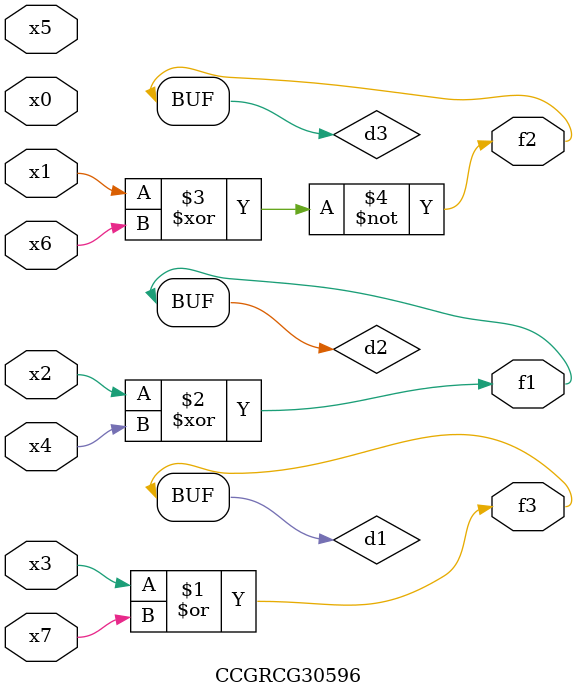
<source format=v>
module CCGRCG30596(
	input x0, x1, x2, x3, x4, x5, x6, x7,
	output f1, f2, f3
);

	wire d1, d2, d3;

	or (d1, x3, x7);
	xor (d2, x2, x4);
	xnor (d3, x1, x6);
	assign f1 = d2;
	assign f2 = d3;
	assign f3 = d1;
endmodule

</source>
